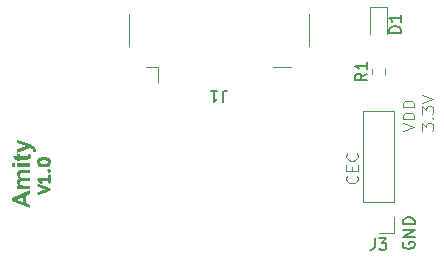
<source format=gbr>
%TF.GenerationSoftware,KiCad,Pcbnew,8.0.4*%
%TF.CreationDate,2024-08-19T09:36:31-07:00*%
%TF.ProjectId,hdmi,68646d69-2e6b-4696-9361-645f70636258,rev?*%
%TF.SameCoordinates,Original*%
%TF.FileFunction,Legend,Top*%
%TF.FilePolarity,Positive*%
%FSLAX46Y46*%
G04 Gerber Fmt 4.6, Leading zero omitted, Abs format (unit mm)*
G04 Created by KiCad (PCBNEW 8.0.4) date 2024-08-19 09:36:31*
%MOMM*%
%LPD*%
G01*
G04 APERTURE LIST*
%ADD10C,0.250000*%
%ADD11C,0.300000*%
%ADD12C,0.100000*%
%ADD13C,0.150000*%
%ADD14C,0.120000*%
G04 APERTURE END LIST*
D10*
X124864619Y-102599336D02*
X125864619Y-102266003D01*
X125864619Y-102266003D02*
X124864619Y-101932670D01*
X125864619Y-101075527D02*
X125864619Y-101646955D01*
X125864619Y-101361241D02*
X124864619Y-101361241D01*
X124864619Y-101361241D02*
X125007476Y-101456479D01*
X125007476Y-101456479D02*
X125102714Y-101551717D01*
X125102714Y-101551717D02*
X125150333Y-101646955D01*
X125769380Y-100646955D02*
X125817000Y-100599336D01*
X125817000Y-100599336D02*
X125864619Y-100646955D01*
X125864619Y-100646955D02*
X125817000Y-100694574D01*
X125817000Y-100694574D02*
X125769380Y-100646955D01*
X125769380Y-100646955D02*
X125864619Y-100646955D01*
X124864619Y-99980289D02*
X124864619Y-99885051D01*
X124864619Y-99885051D02*
X124912238Y-99789813D01*
X124912238Y-99789813D02*
X124959857Y-99742194D01*
X124959857Y-99742194D02*
X125055095Y-99694575D01*
X125055095Y-99694575D02*
X125245571Y-99646956D01*
X125245571Y-99646956D02*
X125483666Y-99646956D01*
X125483666Y-99646956D02*
X125674142Y-99694575D01*
X125674142Y-99694575D02*
X125769380Y-99742194D01*
X125769380Y-99742194D02*
X125817000Y-99789813D01*
X125817000Y-99789813D02*
X125864619Y-99885051D01*
X125864619Y-99885051D02*
X125864619Y-99980289D01*
X125864619Y-99980289D02*
X125817000Y-100075527D01*
X125817000Y-100075527D02*
X125769380Y-100123146D01*
X125769380Y-100123146D02*
X125674142Y-100170765D01*
X125674142Y-100170765D02*
X125483666Y-100218384D01*
X125483666Y-100218384D02*
X125245571Y-100218384D01*
X125245571Y-100218384D02*
X125055095Y-100170765D01*
X125055095Y-100170765D02*
X124959857Y-100123146D01*
X124959857Y-100123146D02*
X124912238Y-100075527D01*
X124912238Y-100075527D02*
X124864619Y-99980289D01*
D11*
G36*
X124245000Y-102697170D02*
G01*
X123893290Y-102829061D01*
X123893290Y-103433196D01*
X124245000Y-103557760D01*
X124245000Y-103881260D01*
X122720924Y-103292878D01*
X122720924Y-103135342D01*
X123096081Y-103135342D01*
X123635369Y-103339407D01*
X123635369Y-102927247D01*
X123096081Y-103135342D01*
X122720924Y-103135342D01*
X122720924Y-102970478D01*
X124245000Y-102365611D01*
X124245000Y-102697170D01*
G37*
G36*
X123142976Y-102236284D02*
G01*
X123142976Y-101969204D01*
X123292452Y-101969204D01*
X123233685Y-101913567D01*
X123187077Y-101854092D01*
X123148068Y-101779852D01*
X123125608Y-101700389D01*
X123119528Y-101628119D01*
X123125350Y-101553175D01*
X123144797Y-101480822D01*
X123160928Y-101445670D01*
X123204966Y-101383359D01*
X123260426Y-101335044D01*
X123285491Y-101318908D01*
X123228820Y-101263180D01*
X123184100Y-101204259D01*
X123160928Y-101163203D01*
X123134123Y-101093520D01*
X123120984Y-101020209D01*
X123119528Y-100985150D01*
X123125373Y-100906655D01*
X123145079Y-100830998D01*
X123168988Y-100781085D01*
X123216494Y-100720230D01*
X123279238Y-100673403D01*
X123313335Y-100656521D01*
X123384879Y-100637070D01*
X123459497Y-100628856D01*
X123541214Y-100626479D01*
X124245000Y-100626479D01*
X124245000Y-100916273D01*
X123607892Y-100916273D01*
X123532261Y-100918151D01*
X123458394Y-100925779D01*
X123393569Y-100946315D01*
X123344400Y-101001049D01*
X123330554Y-101069780D01*
X123345295Y-101143082D01*
X123368290Y-101184452D01*
X123421986Y-101235238D01*
X123479298Y-101261755D01*
X123552502Y-101276936D01*
X123627821Y-101283348D01*
X123709741Y-101285202D01*
X124245000Y-101285202D01*
X124245000Y-101574630D01*
X123633904Y-101574630D01*
X123559784Y-101575592D01*
X123481423Y-101580055D01*
X123423977Y-101590017D01*
X123361438Y-101628242D01*
X123353635Y-101638011D01*
X123331118Y-101709109D01*
X123330554Y-101725938D01*
X123343599Y-101800775D01*
X123367557Y-101846472D01*
X123422558Y-101899400D01*
X123473436Y-101923409D01*
X123551485Y-101939187D01*
X123628615Y-101945047D01*
X123703147Y-101946490D01*
X124245000Y-101946490D01*
X124245000Y-102236284D01*
X123142976Y-102236284D01*
G37*
G36*
X122978845Y-100347676D02*
G01*
X122720924Y-100347676D01*
X122720924Y-100057882D01*
X122978845Y-100057882D01*
X122978845Y-100347676D01*
G37*
G36*
X124245000Y-100347676D02*
G01*
X123142976Y-100347676D01*
X123142976Y-100057882D01*
X124245000Y-100057882D01*
X124245000Y-100347676D01*
G37*
G36*
X123142976Y-99262505D02*
G01*
X123354002Y-99262505D01*
X123354002Y-99460342D01*
X123832473Y-99460342D01*
X123911535Y-99459805D01*
X123985718Y-99456988D01*
X124002100Y-99454846D01*
X124042034Y-99428835D01*
X124057421Y-99380108D01*
X124044261Y-99307725D01*
X124029577Y-99263604D01*
X124230345Y-99238691D01*
X124252038Y-99311326D01*
X124264726Y-99390195D01*
X124268447Y-99467303D01*
X124261669Y-99541858D01*
X124241336Y-99608719D01*
X124201293Y-99674150D01*
X124171360Y-99701043D01*
X124102005Y-99731780D01*
X124055223Y-99741710D01*
X123976729Y-99748579D01*
X123900787Y-99750547D01*
X123845296Y-99750869D01*
X123354002Y-99750869D01*
X123354002Y-99883859D01*
X123142976Y-99883859D01*
X123142976Y-99750869D01*
X122931950Y-99750869D01*
X122767819Y-99460342D01*
X123142976Y-99460342D01*
X123142976Y-99262505D01*
G37*
G36*
X123142976Y-99202421D02*
G01*
X123142976Y-98894309D01*
X123923332Y-98632359D01*
X123142976Y-98377003D01*
X123142976Y-98076950D01*
X124205066Y-98463465D01*
X124408032Y-98532341D01*
X124475552Y-98562755D01*
X124542134Y-98600884D01*
X124548349Y-98605248D01*
X124603933Y-98654866D01*
X124626751Y-98684382D01*
X124660501Y-98752040D01*
X124673646Y-98794658D01*
X124686795Y-98869092D01*
X124690498Y-98942669D01*
X124686956Y-99020255D01*
X124676330Y-99096392D01*
X124674378Y-99106434D01*
X124464452Y-99132079D01*
X124476598Y-99059707D01*
X124479473Y-99009347D01*
X124468529Y-98936134D01*
X124428703Y-98873146D01*
X124413161Y-98860237D01*
X124348516Y-98822019D01*
X124276056Y-98794443D01*
X124245000Y-98785865D01*
X123142976Y-99202421D01*
G37*
D12*
X155762475Y-97338972D02*
X156762475Y-97005639D01*
X156762475Y-97005639D02*
X155762475Y-96672306D01*
X156762475Y-96338972D02*
X155762475Y-96338972D01*
X155762475Y-96338972D02*
X155762475Y-96100877D01*
X155762475Y-96100877D02*
X155810094Y-95958020D01*
X155810094Y-95958020D02*
X155905332Y-95862782D01*
X155905332Y-95862782D02*
X156000570Y-95815163D01*
X156000570Y-95815163D02*
X156191046Y-95767544D01*
X156191046Y-95767544D02*
X156333903Y-95767544D01*
X156333903Y-95767544D02*
X156524379Y-95815163D01*
X156524379Y-95815163D02*
X156619617Y-95862782D01*
X156619617Y-95862782D02*
X156714856Y-95958020D01*
X156714856Y-95958020D02*
X156762475Y-96100877D01*
X156762475Y-96100877D02*
X156762475Y-96338972D01*
X156762475Y-95338972D02*
X155762475Y-95338972D01*
X155762475Y-95338972D02*
X155762475Y-95100877D01*
X155762475Y-95100877D02*
X155810094Y-94958020D01*
X155810094Y-94958020D02*
X155905332Y-94862782D01*
X155905332Y-94862782D02*
X156000570Y-94815163D01*
X156000570Y-94815163D02*
X156191046Y-94767544D01*
X156191046Y-94767544D02*
X156333903Y-94767544D01*
X156333903Y-94767544D02*
X156524379Y-94815163D01*
X156524379Y-94815163D02*
X156619617Y-94862782D01*
X156619617Y-94862782D02*
X156714856Y-94958020D01*
X156714856Y-94958020D02*
X156762475Y-95100877D01*
X156762475Y-95100877D02*
X156762475Y-95338972D01*
X157372419Y-97291353D02*
X157372419Y-96672306D01*
X157372419Y-96672306D02*
X157753371Y-97005639D01*
X157753371Y-97005639D02*
X157753371Y-96862782D01*
X157753371Y-96862782D02*
X157800990Y-96767544D01*
X157800990Y-96767544D02*
X157848609Y-96719925D01*
X157848609Y-96719925D02*
X157943847Y-96672306D01*
X157943847Y-96672306D02*
X158181942Y-96672306D01*
X158181942Y-96672306D02*
X158277180Y-96719925D01*
X158277180Y-96719925D02*
X158324800Y-96767544D01*
X158324800Y-96767544D02*
X158372419Y-96862782D01*
X158372419Y-96862782D02*
X158372419Y-97148496D01*
X158372419Y-97148496D02*
X158324800Y-97243734D01*
X158324800Y-97243734D02*
X158277180Y-97291353D01*
X158277180Y-96243734D02*
X158324800Y-96196115D01*
X158324800Y-96196115D02*
X158372419Y-96243734D01*
X158372419Y-96243734D02*
X158324800Y-96291353D01*
X158324800Y-96291353D02*
X158277180Y-96243734D01*
X158277180Y-96243734D02*
X158372419Y-96243734D01*
X157372419Y-95862782D02*
X157372419Y-95243735D01*
X157372419Y-95243735D02*
X157753371Y-95577068D01*
X157753371Y-95577068D02*
X157753371Y-95434211D01*
X157753371Y-95434211D02*
X157800990Y-95338973D01*
X157800990Y-95338973D02*
X157848609Y-95291354D01*
X157848609Y-95291354D02*
X157943847Y-95243735D01*
X157943847Y-95243735D02*
X158181942Y-95243735D01*
X158181942Y-95243735D02*
X158277180Y-95291354D01*
X158277180Y-95291354D02*
X158324800Y-95338973D01*
X158324800Y-95338973D02*
X158372419Y-95434211D01*
X158372419Y-95434211D02*
X158372419Y-95719925D01*
X158372419Y-95719925D02*
X158324800Y-95815163D01*
X158324800Y-95815163D02*
X158277180Y-95862782D01*
X157372419Y-94958020D02*
X158372419Y-94624687D01*
X158372419Y-94624687D02*
X157372419Y-94291354D01*
D13*
X155817438Y-106739411D02*
X155769819Y-106834649D01*
X155769819Y-106834649D02*
X155769819Y-106977506D01*
X155769819Y-106977506D02*
X155817438Y-107120363D01*
X155817438Y-107120363D02*
X155912676Y-107215601D01*
X155912676Y-107215601D02*
X156007914Y-107263220D01*
X156007914Y-107263220D02*
X156198390Y-107310839D01*
X156198390Y-107310839D02*
X156341247Y-107310839D01*
X156341247Y-107310839D02*
X156531723Y-107263220D01*
X156531723Y-107263220D02*
X156626961Y-107215601D01*
X156626961Y-107215601D02*
X156722200Y-107120363D01*
X156722200Y-107120363D02*
X156769819Y-106977506D01*
X156769819Y-106977506D02*
X156769819Y-106882268D01*
X156769819Y-106882268D02*
X156722200Y-106739411D01*
X156722200Y-106739411D02*
X156674580Y-106691792D01*
X156674580Y-106691792D02*
X156341247Y-106691792D01*
X156341247Y-106691792D02*
X156341247Y-106882268D01*
X156769819Y-106263220D02*
X155769819Y-106263220D01*
X155769819Y-106263220D02*
X156769819Y-105691792D01*
X156769819Y-105691792D02*
X155769819Y-105691792D01*
X156769819Y-105215601D02*
X155769819Y-105215601D01*
X155769819Y-105215601D02*
X155769819Y-104977506D01*
X155769819Y-104977506D02*
X155817438Y-104834649D01*
X155817438Y-104834649D02*
X155912676Y-104739411D01*
X155912676Y-104739411D02*
X156007914Y-104691792D01*
X156007914Y-104691792D02*
X156198390Y-104644173D01*
X156198390Y-104644173D02*
X156341247Y-104644173D01*
X156341247Y-104644173D02*
X156531723Y-104691792D01*
X156531723Y-104691792D02*
X156626961Y-104739411D01*
X156626961Y-104739411D02*
X156722200Y-104834649D01*
X156722200Y-104834649D02*
X156769819Y-104977506D01*
X156769819Y-104977506D02*
X156769819Y-105215601D01*
D12*
X151877180Y-101124687D02*
X151924800Y-101172306D01*
X151924800Y-101172306D02*
X151972419Y-101315163D01*
X151972419Y-101315163D02*
X151972419Y-101410401D01*
X151972419Y-101410401D02*
X151924800Y-101553258D01*
X151924800Y-101553258D02*
X151829561Y-101648496D01*
X151829561Y-101648496D02*
X151734323Y-101696115D01*
X151734323Y-101696115D02*
X151543847Y-101743734D01*
X151543847Y-101743734D02*
X151400990Y-101743734D01*
X151400990Y-101743734D02*
X151210514Y-101696115D01*
X151210514Y-101696115D02*
X151115276Y-101648496D01*
X151115276Y-101648496D02*
X151020038Y-101553258D01*
X151020038Y-101553258D02*
X150972419Y-101410401D01*
X150972419Y-101410401D02*
X150972419Y-101315163D01*
X150972419Y-101315163D02*
X151020038Y-101172306D01*
X151020038Y-101172306D02*
X151067657Y-101124687D01*
X151448609Y-100696115D02*
X151448609Y-100362782D01*
X151972419Y-100219925D02*
X151972419Y-100696115D01*
X151972419Y-100696115D02*
X150972419Y-100696115D01*
X150972419Y-100696115D02*
X150972419Y-100219925D01*
X151877180Y-99219925D02*
X151924800Y-99267544D01*
X151924800Y-99267544D02*
X151972419Y-99410401D01*
X151972419Y-99410401D02*
X151972419Y-99505639D01*
X151972419Y-99505639D02*
X151924800Y-99648496D01*
X151924800Y-99648496D02*
X151829561Y-99743734D01*
X151829561Y-99743734D02*
X151734323Y-99791353D01*
X151734323Y-99791353D02*
X151543847Y-99838972D01*
X151543847Y-99838972D02*
X151400990Y-99838972D01*
X151400990Y-99838972D02*
X151210514Y-99791353D01*
X151210514Y-99791353D02*
X151115276Y-99743734D01*
X151115276Y-99743734D02*
X151020038Y-99648496D01*
X151020038Y-99648496D02*
X150972419Y-99505639D01*
X150972419Y-99505639D02*
X150972419Y-99410401D01*
X150972419Y-99410401D02*
X151020038Y-99267544D01*
X151020038Y-99267544D02*
X151067657Y-99219925D01*
D13*
X152745619Y-92464166D02*
X152269428Y-92797499D01*
X152745619Y-93035594D02*
X151745619Y-93035594D01*
X151745619Y-93035594D02*
X151745619Y-92654642D01*
X151745619Y-92654642D02*
X151793238Y-92559404D01*
X151793238Y-92559404D02*
X151840857Y-92511785D01*
X151840857Y-92511785D02*
X151936095Y-92464166D01*
X151936095Y-92464166D02*
X152078952Y-92464166D01*
X152078952Y-92464166D02*
X152174190Y-92511785D01*
X152174190Y-92511785D02*
X152221809Y-92559404D01*
X152221809Y-92559404D02*
X152269428Y-92654642D01*
X152269428Y-92654642D02*
X152269428Y-93035594D01*
X152745619Y-91511785D02*
X152745619Y-92083213D01*
X152745619Y-91797499D02*
X151745619Y-91797499D01*
X151745619Y-91797499D02*
X151888476Y-91892737D01*
X151888476Y-91892737D02*
X151983714Y-91987975D01*
X151983714Y-91987975D02*
X152031333Y-92083213D01*
X153387466Y-106404819D02*
X153387466Y-107119104D01*
X153387466Y-107119104D02*
X153339847Y-107261961D01*
X153339847Y-107261961D02*
X153244609Y-107357200D01*
X153244609Y-107357200D02*
X153101752Y-107404819D01*
X153101752Y-107404819D02*
X153006514Y-107404819D01*
X153768419Y-106404819D02*
X154387466Y-106404819D01*
X154387466Y-106404819D02*
X154054133Y-106785771D01*
X154054133Y-106785771D02*
X154196990Y-106785771D01*
X154196990Y-106785771D02*
X154292228Y-106833390D01*
X154292228Y-106833390D02*
X154339847Y-106881009D01*
X154339847Y-106881009D02*
X154387466Y-106976247D01*
X154387466Y-106976247D02*
X154387466Y-107214342D01*
X154387466Y-107214342D02*
X154339847Y-107309580D01*
X154339847Y-107309580D02*
X154292228Y-107357200D01*
X154292228Y-107357200D02*
X154196990Y-107404819D01*
X154196990Y-107404819D02*
X153911276Y-107404819D01*
X153911276Y-107404819D02*
X153816038Y-107357200D01*
X153816038Y-107357200D02*
X153768419Y-107309580D01*
X155605619Y-89025594D02*
X154605619Y-89025594D01*
X154605619Y-89025594D02*
X154605619Y-88787499D01*
X154605619Y-88787499D02*
X154653238Y-88644642D01*
X154653238Y-88644642D02*
X154748476Y-88549404D01*
X154748476Y-88549404D02*
X154843714Y-88501785D01*
X154843714Y-88501785D02*
X155034190Y-88454166D01*
X155034190Y-88454166D02*
X155177047Y-88454166D01*
X155177047Y-88454166D02*
X155367523Y-88501785D01*
X155367523Y-88501785D02*
X155462761Y-88549404D01*
X155462761Y-88549404D02*
X155558000Y-88644642D01*
X155558000Y-88644642D02*
X155605619Y-88787499D01*
X155605619Y-88787499D02*
X155605619Y-89025594D01*
X155605619Y-87501785D02*
X155605619Y-88073213D01*
X155605619Y-87787499D02*
X154605619Y-87787499D01*
X154605619Y-87787499D02*
X154748476Y-87882737D01*
X154748476Y-87882737D02*
X154843714Y-87977975D01*
X154843714Y-87977975D02*
X154891333Y-88073213D01*
X140513333Y-94905180D02*
X140513333Y-94190895D01*
X140513333Y-94190895D02*
X140560952Y-94048038D01*
X140560952Y-94048038D02*
X140656190Y-93952800D01*
X140656190Y-93952800D02*
X140799047Y-93905180D01*
X140799047Y-93905180D02*
X140894285Y-93905180D01*
X139513333Y-93905180D02*
X140084761Y-93905180D01*
X139799047Y-93905180D02*
X139799047Y-94905180D01*
X139799047Y-94905180D02*
X139894285Y-94762323D01*
X139894285Y-94762323D02*
X139989523Y-94667085D01*
X139989523Y-94667085D02*
X140084761Y-94619466D01*
D14*
%TO.C,R1*%
X153198300Y-92534758D02*
X153198300Y-92060242D01*
X154243300Y-92534758D02*
X154243300Y-92060242D01*
%TO.C,J3*%
X155050800Y-105950000D02*
X153720800Y-105950000D01*
X155050800Y-104620000D02*
X155050800Y-105950000D01*
X155050800Y-103350000D02*
X155050800Y-95670000D01*
X155050800Y-103350000D02*
X152390800Y-103350000D01*
X155050800Y-95670000D02*
X152390800Y-95670000D01*
X152390800Y-103350000D02*
X152390800Y-95670000D01*
%TO.C,D1*%
X154455800Y-89087500D02*
X154455800Y-86802500D01*
X152985800Y-86802500D02*
X152985800Y-89087500D01*
X154455800Y-86802500D02*
X152985800Y-86802500D01*
%TO.C,J1*%
X132560000Y-90160000D02*
X132560000Y-87460000D01*
X135080000Y-91880000D02*
X134030000Y-91880000D01*
X135080000Y-93210000D02*
X135080000Y-91880000D01*
X146330000Y-91880000D02*
X144780000Y-91880000D01*
X147800000Y-87460000D02*
X147800000Y-90160000D01*
%TD*%
M02*

</source>
